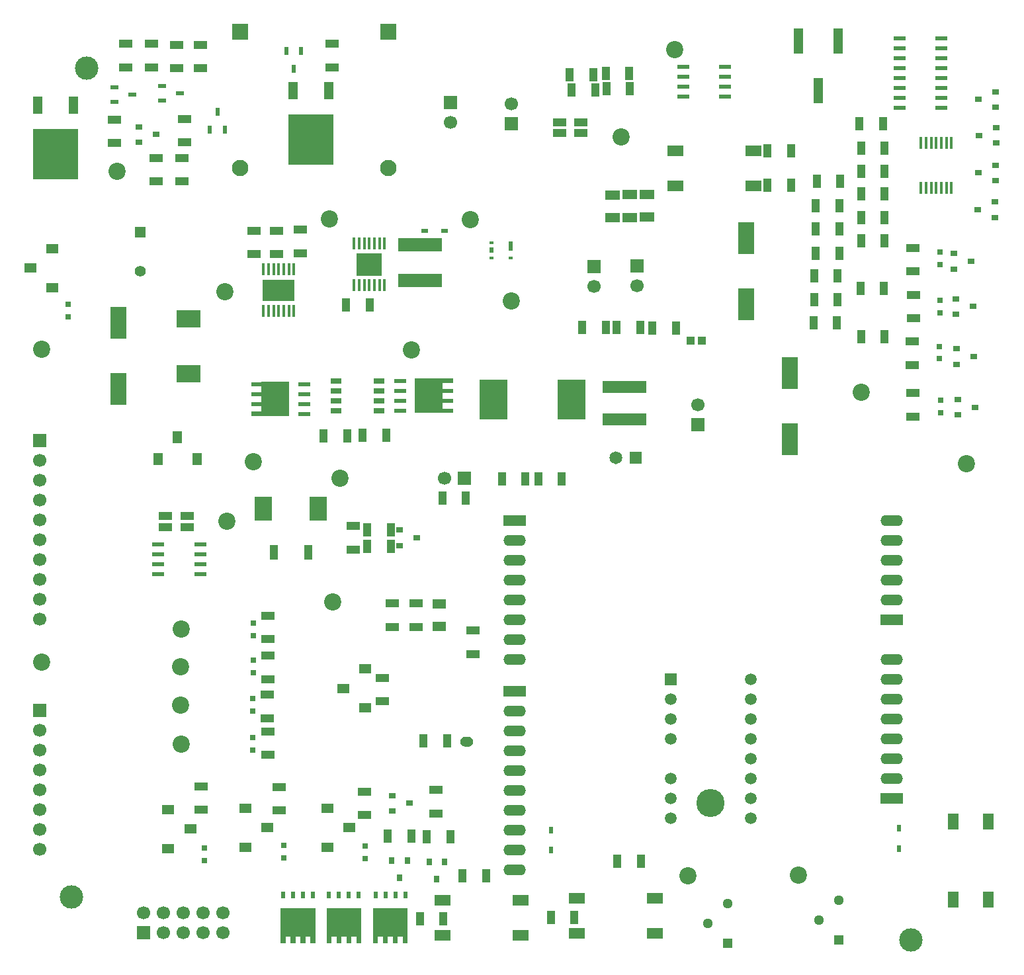
<source format=gts>
G04*
G04 #@! TF.GenerationSoftware,Altium Limited,Altium Designer,22.2.1 (43)*
G04*
G04 Layer_Color=8388736*
%FSLAX25Y25*%
%MOIN*%
G70*
G04*
G04 #@! TF.SameCoordinates,0C248E19-6CAA-4B9F-B23F-7957EF95655F*
G04*
G04*
G04 #@! TF.FilePolarity,Negative*
G04*
G01*
G75*
%ADD16R,0.02362X0.04134*%
%ADD17R,0.06299X0.04724*%
%ADD19R,0.04724X0.06299*%
%ADD20R,0.08268X0.05512*%
%ADD21R,0.03543X0.03150*%
%ADD22R,0.03937X0.02362*%
%ADD23R,0.01772X0.05906*%
%ADD24R,0.12598X0.11221*%
%ADD25R,0.01772X0.06299*%
%ADD26R,0.16142X0.10827*%
%ADD27R,0.01772X0.06102*%
%ADD28R,0.05906X0.02362*%
%ADD29R,0.06102X0.02362*%
%ADD30R,0.06299X0.02362*%
%ADD31R,0.05787X0.02559*%
%ADD32R,0.03937X0.07598*%
%ADD33R,0.01968X0.03347*%
%ADD34R,0.06890X0.04331*%
%ADD35R,0.04134X0.07087*%
%ADD36R,0.03937X0.03937*%
%ADD37R,0.04685X0.12992*%
%ADD38R,0.03150X0.03150*%
%ADD39R,0.22047X0.06496*%
%ADD40R,0.22441X0.07087*%
%ADD41R,0.13976X0.20079*%
%ADD43R,0.01968X0.02953*%
%ADD44R,0.01968X0.05118*%
%ADD45R,0.01968X0.01575*%
%ADD46R,0.08661X0.12402*%
%ADD47R,0.07480X0.05118*%
%ADD48R,0.08268X0.16142*%
%ADD49R,0.07087X0.04724*%
%ADD50R,0.02362X0.03937*%
%ADD51R,0.12402X0.08661*%
%ADD52R,0.03347X0.01968*%
%ADD53R,0.03150X0.03543*%
%ADD54R,0.07087X0.04134*%
%ADD55R,0.05512X0.08268*%
%ADD56R,0.22835X0.25197*%
%ADD57R,0.04724X0.08661*%
%ADD58R,0.05512X0.02362*%
%ADD59R,0.01968X0.03642*%
%ADD60C,0.11811*%
%ADD61R,0.05079X0.05079*%
%ADD62C,0.05079*%
%ADD63C,0.05906*%
%ADD64R,0.05906X0.05906*%
%ADD65C,0.14173*%
%ADD66C,0.08661*%
%ADD67R,0.08268X0.08268*%
%ADD68C,0.08268*%
%ADD69C,0.06693*%
%ADD70R,0.06693X0.06693*%
%ADD71C,0.06457*%
%ADD72R,0.06457X0.06457*%
%ADD73C,0.05512*%
%ADD74R,0.05512X0.05512*%
%ADD75R,0.11201X0.05598*%
%ADD76O,0.11201X0.05598*%
%ADD77R,0.06693X0.06693*%
G36*
X215751Y293971D02*
X210436D01*
Y278971D01*
X196479D01*
Y296334D01*
X215751D01*
Y293971D01*
D02*
G37*
G36*
X133094Y277397D02*
X113822D01*
Y279759D01*
X119137D01*
Y294759D01*
X133094D01*
Y277397D01*
D02*
G37*
G36*
X224186Y115748D02*
X225016Y115194D01*
X225570Y114364D01*
X225765Y113386D01*
X225570Y112407D01*
X225016Y111578D01*
X224186Y111023D01*
X223208Y110829D01*
X223005Y110869D01*
X222010D01*
X221808Y110829D01*
X220829Y111023D01*
X220000Y111578D01*
X219445Y112407D01*
X219251Y113386D01*
X219445Y114364D01*
X220000Y115194D01*
X220829Y115748D01*
X221808Y115943D01*
X222006Y115903D01*
X222008Y115886D01*
Y115903D01*
X223008D01*
Y115886D01*
X223010Y115903D01*
X223208Y115943D01*
X224186Y115748D01*
D02*
G37*
G36*
X192768Y11853D02*
X190406D01*
Y15003D01*
X187768D01*
Y11853D01*
X185406D01*
Y15003D01*
X182768D01*
Y11853D01*
X180406D01*
Y15003D01*
X177768D01*
Y11853D01*
X175406D01*
Y29393D01*
X192768D01*
Y11853D01*
D02*
G37*
G36*
X169311Y11829D02*
X166949D01*
Y14978D01*
X164311D01*
Y11829D01*
X161949D01*
Y14978D01*
X159311D01*
Y11829D01*
X156949D01*
Y14978D01*
X154311D01*
Y11829D01*
X151949D01*
Y29368D01*
X169311D01*
Y11829D01*
D02*
G37*
G36*
X146173Y11829D02*
X143811D01*
Y14978D01*
X141173D01*
Y11829D01*
X138811D01*
Y14978D01*
X136173D01*
Y11829D01*
X133811D01*
Y14978D01*
X131173D01*
Y11829D01*
X128811D01*
Y29368D01*
X146173D01*
Y11829D01*
D02*
G37*
D16*
X93110Y421850D02*
D03*
X100591D02*
D03*
X96850Y430905D02*
D03*
D17*
X2759Y351963D02*
D03*
X13782Y342121D02*
D03*
Y361806D02*
D03*
X83162Y69291D02*
D03*
X72138Y79134D02*
D03*
Y59449D02*
D03*
X111114Y60236D02*
D03*
Y79921D02*
D03*
X122138Y70079D02*
D03*
X152453Y60236D02*
D03*
Y79921D02*
D03*
X163477Y70079D02*
D03*
X171260Y150091D02*
D03*
Y130406D02*
D03*
X160236Y140248D02*
D03*
D19*
X86617Y255901D02*
D03*
X66932D02*
D03*
X76775Y266924D02*
D03*
D20*
X317323Y16732D02*
D03*
X277953D02*
D03*
X317323Y34449D02*
D03*
X277953D02*
D03*
X366932Y393302D02*
D03*
X327562D02*
D03*
X366932Y411019D02*
D03*
X327562D02*
D03*
X249606Y15748D02*
D03*
X210236D02*
D03*
X249606Y33465D02*
D03*
X210236D02*
D03*
D21*
X478743Y281885D02*
D03*
X470082Y277948D02*
D03*
Y285822D02*
D03*
X188586Y220074D02*
D03*
Y212200D02*
D03*
X197247Y216137D02*
D03*
X489373Y414956D02*
D03*
Y422830D02*
D03*
X480712Y418893D02*
D03*
X488979Y433066D02*
D03*
Y440940D02*
D03*
X480318Y437003D02*
D03*
Y399995D02*
D03*
X488979Y403932D02*
D03*
Y396058D02*
D03*
X193701Y82284D02*
D03*
X185039Y78347D02*
D03*
Y86221D02*
D03*
X468113Y359444D02*
D03*
Y351570D02*
D03*
X476775Y355507D02*
D03*
X468901Y336609D02*
D03*
Y328735D02*
D03*
X477562Y332672D02*
D03*
X469294Y311412D02*
D03*
Y303538D02*
D03*
X477956Y307475D02*
D03*
X57480Y423228D02*
D03*
Y415354D02*
D03*
X66142Y419291D02*
D03*
X479924Y381491D02*
D03*
X488586Y385428D02*
D03*
Y377554D02*
D03*
D22*
X78150Y440158D02*
D03*
X69095Y436417D02*
D03*
Y443898D02*
D03*
X45079Y443110D02*
D03*
Y435630D02*
D03*
X54134Y439370D02*
D03*
D23*
X451428Y392318D02*
D03*
X453987D02*
D03*
X456546D02*
D03*
X459105D02*
D03*
X461664D02*
D03*
X464223D02*
D03*
X466782D02*
D03*
Y415153D02*
D03*
X464223D02*
D03*
X461664D02*
D03*
X459105D02*
D03*
X456546D02*
D03*
X453987D02*
D03*
X451428D02*
D03*
D24*
X173428Y353932D02*
D03*
D25*
X165751Y364562D02*
D03*
X168310D02*
D03*
X170869D02*
D03*
X173428D02*
D03*
X175987D02*
D03*
X178546D02*
D03*
X181105D02*
D03*
Y343302D02*
D03*
X178546D02*
D03*
X175987D02*
D03*
X173428D02*
D03*
X170869D02*
D03*
X168310D02*
D03*
X165751D02*
D03*
D26*
X127759Y340940D02*
D03*
D27*
X120082Y351570D02*
D03*
X122641D02*
D03*
X125200D02*
D03*
X127759D02*
D03*
X130318D02*
D03*
X132877D02*
D03*
X135436D02*
D03*
Y330310D02*
D03*
X132877D02*
D03*
X130318D02*
D03*
X127759D02*
D03*
X125200D02*
D03*
X122641D02*
D03*
X120082D02*
D03*
D28*
X331696Y438558D02*
D03*
Y443558D02*
D03*
Y448558D02*
D03*
Y453558D02*
D03*
X352562D02*
D03*
Y448558D02*
D03*
Y443558D02*
D03*
Y438558D02*
D03*
X140554Y293578D02*
D03*
Y288578D02*
D03*
Y283578D02*
D03*
Y278578D02*
D03*
X189019Y295152D02*
D03*
Y290153D02*
D03*
Y285153D02*
D03*
Y280153D02*
D03*
D29*
X66932Y197751D02*
D03*
Y202751D02*
D03*
Y207751D02*
D03*
Y212751D02*
D03*
X88192D02*
D03*
Y207751D02*
D03*
Y202751D02*
D03*
Y197751D02*
D03*
D30*
X440554Y467889D02*
D03*
Y462889D02*
D03*
Y457889D02*
D03*
Y452889D02*
D03*
Y447889D02*
D03*
Y442889D02*
D03*
Y437889D02*
D03*
Y432889D02*
D03*
X461814D02*
D03*
Y437889D02*
D03*
Y442889D02*
D03*
Y447889D02*
D03*
Y452889D02*
D03*
Y457889D02*
D03*
Y462889D02*
D03*
Y467889D02*
D03*
D31*
X156578Y280153D02*
D03*
Y285153D02*
D03*
Y290153D02*
D03*
Y295152D02*
D03*
X178349D02*
D03*
Y290153D02*
D03*
Y285153D02*
D03*
Y280153D02*
D03*
D32*
X125160Y208656D02*
D03*
X142562D02*
D03*
D33*
X264961Y68898D02*
D03*
Y58661D02*
D03*
X440158Y59449D02*
D03*
Y69685D02*
D03*
D34*
X70672Y227005D02*
D03*
X81499Y221494D02*
D03*
X70672D02*
D03*
X81499Y227005D02*
D03*
X280118Y420079D02*
D03*
X269291Y425591D02*
D03*
X280118D02*
D03*
X269291Y420079D02*
D03*
D35*
X398428Y359444D02*
D03*
X410239D02*
D03*
X182677Y65748D02*
D03*
X194488D02*
D03*
X214173Y65354D02*
D03*
X202362D02*
D03*
X172444Y220074D02*
D03*
X184255D02*
D03*
X172444Y211806D02*
D03*
X184255D02*
D03*
X200787Y113779D02*
D03*
X212598D02*
D03*
X173625Y333460D02*
D03*
X161814D02*
D03*
X162208Y267318D02*
D03*
X150397D02*
D03*
X181893Y267711D02*
D03*
X170082D02*
D03*
X397247Y324404D02*
D03*
X409058D02*
D03*
X433074Y377554D02*
D03*
X421263D02*
D03*
X409452Y336215D02*
D03*
X397641D02*
D03*
X432286Y424798D02*
D03*
X420475D02*
D03*
X292523Y322042D02*
D03*
X280712D02*
D03*
X309845D02*
D03*
X298034D02*
D03*
X327956Y321649D02*
D03*
X316145D02*
D03*
X385830Y393696D02*
D03*
X374019D02*
D03*
X385830Y411019D02*
D03*
X374019D02*
D03*
X433074Y365743D02*
D03*
X421263D02*
D03*
X421263Y400782D02*
D03*
X433074D02*
D03*
X421263Y317318D02*
D03*
X433074D02*
D03*
X433074Y389365D02*
D03*
X421263D02*
D03*
X409452Y348026D02*
D03*
X397641D02*
D03*
X432680Y341727D02*
D03*
X420869D02*
D03*
X275436Y441732D02*
D03*
X287247D02*
D03*
X304724Y442520D02*
D03*
X292913D02*
D03*
X274410Y449606D02*
D03*
X286221D02*
D03*
X304331Y450000D02*
D03*
X292520D02*
D03*
X222047Y236221D02*
D03*
X210236D02*
D03*
X270472Y245669D02*
D03*
X258661D02*
D03*
X220472Y45669D02*
D03*
X232283D02*
D03*
X210630Y24016D02*
D03*
X198819D02*
D03*
X298425Y53150D02*
D03*
X310236D02*
D03*
X276772Y24946D02*
D03*
X264961D02*
D03*
X240160Y245664D02*
D03*
X251972D02*
D03*
X410633Y395664D02*
D03*
X398822D02*
D03*
X433074Y412593D02*
D03*
X421263D02*
D03*
X398428Y383460D02*
D03*
X410239D02*
D03*
X398428Y371649D02*
D03*
X410239D02*
D03*
D36*
X341142Y315354D02*
D03*
X335236D02*
D03*
D37*
X389609Y466530D02*
D03*
X409609D02*
D03*
X399609Y441334D02*
D03*
D38*
X461420Y279129D02*
D03*
Y285428D02*
D03*
X21656Y327554D02*
D03*
Y333853D02*
D03*
X461027Y335822D02*
D03*
Y329522D02*
D03*
X460633Y312593D02*
D03*
Y306294D02*
D03*
X461027Y360231D02*
D03*
Y353932D02*
D03*
X90158Y59842D02*
D03*
Y53543D02*
D03*
X114567Y109055D02*
D03*
Y115354D02*
D03*
X130315Y61024D02*
D03*
Y54724D02*
D03*
X171260Y60630D02*
D03*
Y54331D02*
D03*
X114567Y128740D02*
D03*
Y135039D02*
D03*
X114961Y154331D02*
D03*
Y148031D02*
D03*
Y166929D02*
D03*
Y173228D02*
D03*
D39*
X301969Y275689D02*
D03*
Y292028D02*
D03*
D40*
X198822Y363774D02*
D03*
Y345664D02*
D03*
D41*
X235830Y285822D02*
D03*
X275200D02*
D03*
D43*
X235042Y361019D02*
D03*
D44*
X244491Y362987D02*
D03*
D45*
Y357278D02*
D03*
X235042D02*
D03*
Y364759D02*
D03*
D46*
X147641Y230704D02*
D03*
X120082D02*
D03*
D47*
X313389Y389168D02*
D03*
Y377751D02*
D03*
X304727Y388971D02*
D03*
Y377554D02*
D03*
X296066Y388774D02*
D03*
Y377357D02*
D03*
D48*
X363389Y367121D02*
D03*
Y333656D02*
D03*
X46853Y291137D02*
D03*
Y324601D02*
D03*
X385433Y265748D02*
D03*
Y299213D02*
D03*
D49*
X208664Y182869D02*
D03*
Y171452D02*
D03*
D50*
X138979Y461412D02*
D03*
X131499D02*
D03*
X135239Y452357D02*
D03*
D51*
X82286Y298814D02*
D03*
Y326373D02*
D03*
D52*
X201184Y370861D02*
D03*
X211420D02*
D03*
D53*
X192520Y53543D02*
D03*
X184646D02*
D03*
X188583Y44882D02*
D03*
X211417Y52756D02*
D03*
X203543D02*
D03*
X207480Y44094D02*
D03*
D54*
X207087Y77165D02*
D03*
Y88976D02*
D03*
X225590Y169291D02*
D03*
Y157480D02*
D03*
X165354Y210236D02*
D03*
Y222047D02*
D03*
X154727Y464956D02*
D03*
Y453145D02*
D03*
X63783D02*
D03*
Y464956D02*
D03*
X50790Y453145D02*
D03*
Y464956D02*
D03*
X44882Y414961D02*
D03*
Y426772D02*
D03*
X76381Y464562D02*
D03*
Y452751D02*
D03*
X88192Y464562D02*
D03*
Y452751D02*
D03*
X80315Y415354D02*
D03*
Y427165D02*
D03*
X66145Y395664D02*
D03*
Y407475D02*
D03*
X79137Y395664D02*
D03*
Y407475D02*
D03*
X196853Y171255D02*
D03*
Y183066D02*
D03*
X185042D02*
D03*
Y171255D02*
D03*
X115357Y359050D02*
D03*
Y370861D02*
D03*
X126775Y359050D02*
D03*
Y370861D02*
D03*
X138586Y371294D02*
D03*
Y359483D02*
D03*
X447247Y362200D02*
D03*
Y350389D02*
D03*
X447641Y326767D02*
D03*
Y338578D02*
D03*
X446853Y303145D02*
D03*
Y314956D02*
D03*
X88583Y90945D02*
D03*
Y79134D02*
D03*
X122441Y106693D02*
D03*
Y118504D02*
D03*
X127953Y90551D02*
D03*
Y78740D02*
D03*
X170866Y88189D02*
D03*
Y76378D02*
D03*
X122047Y125197D02*
D03*
Y137008D02*
D03*
X122441Y156693D02*
D03*
Y144882D02*
D03*
Y164961D02*
D03*
Y176772D02*
D03*
X179921Y133661D02*
D03*
Y145472D02*
D03*
X447247Y277160D02*
D03*
Y288971D02*
D03*
D55*
X485236Y73228D02*
D03*
Y33858D02*
D03*
X467520Y73228D02*
D03*
Y33858D02*
D03*
D56*
X15354Y409449D02*
D03*
X144097Y416727D02*
D03*
D57*
X24331Y434252D02*
D03*
X6378D02*
D03*
X153074Y441530D02*
D03*
X135121D02*
D03*
D58*
X116578Y293578D02*
D03*
Y288578D02*
D03*
Y283578D02*
D03*
X212995Y290153D02*
D03*
Y285153D02*
D03*
Y280153D02*
D03*
D59*
X191587Y36220D02*
D03*
X186587D02*
D03*
X181587D02*
D03*
X176587D02*
D03*
X129992Y36196D02*
D03*
X134992D02*
D03*
X139992D02*
D03*
X144992D02*
D03*
X153130Y36196D02*
D03*
X158130D02*
D03*
X163130D02*
D03*
X168130D02*
D03*
D60*
X31105Y452751D02*
D03*
X23228Y35039D02*
D03*
X446457Y13386D02*
D03*
D61*
X409842D02*
D03*
X353937Y11811D02*
D03*
D62*
X409842Y33386D02*
D03*
X399843Y23386D02*
D03*
X343937Y21811D02*
D03*
X353937Y31811D02*
D03*
D63*
X365591Y114923D02*
D03*
Y134923D02*
D03*
X325277Y134922D02*
D03*
X365591Y124923D02*
D03*
X325277Y124922D02*
D03*
Y114922D02*
D03*
X365591Y104923D02*
D03*
Y94923D02*
D03*
X325277Y94922D02*
D03*
X365591Y84923D02*
D03*
X325277Y84922D02*
D03*
X365591Y74923D02*
D03*
X325277Y74922D02*
D03*
X365591Y144923D02*
D03*
D64*
X325277Y144922D02*
D03*
D65*
X345433Y82401D02*
D03*
D66*
X8268Y153543D02*
D03*
X224412Y376373D02*
D03*
X300397Y418105D02*
D03*
X474409Y253543D02*
D03*
X46457Y400787D02*
D03*
X244885Y335428D02*
D03*
X155118Y183858D02*
D03*
X333858Y45669D02*
D03*
X8271Y311019D02*
D03*
X153153Y376767D02*
D03*
X158782Y246255D02*
D03*
X194491Y310625D02*
D03*
X114964Y254326D02*
D03*
X421263Y289365D02*
D03*
X101578Y224404D02*
D03*
X327168Y462200D02*
D03*
X78740Y112205D02*
D03*
X78347Y151181D02*
D03*
X78347Y131890D02*
D03*
X78740Y170079D02*
D03*
X389764Y46063D02*
D03*
X100787Y340158D02*
D03*
D67*
X108271Y471255D02*
D03*
X183106Y471223D02*
D03*
D68*
X108271Y402357D02*
D03*
X183106Y402325D02*
D03*
D69*
X7483Y175271D02*
D03*
Y185271D02*
D03*
Y195271D02*
D03*
Y205271D02*
D03*
Y255271D02*
D03*
Y245271D02*
D03*
Y235271D02*
D03*
Y225271D02*
D03*
Y215271D02*
D03*
X7480Y59055D02*
D03*
Y69055D02*
D03*
Y119055D02*
D03*
Y109055D02*
D03*
Y99055D02*
D03*
Y89055D02*
D03*
Y79055D02*
D03*
X286614Y342756D02*
D03*
X59618Y27047D02*
D03*
X69618Y17047D02*
D03*
Y27047D02*
D03*
X79618Y17047D02*
D03*
Y27047D02*
D03*
X89618Y17047D02*
D03*
X99618D02*
D03*
X89618Y27047D02*
D03*
X99618D02*
D03*
X211263Y246255D02*
D03*
X244882Y434921D02*
D03*
X214173Y425315D02*
D03*
X338976Y283228D02*
D03*
X308268Y343032D02*
D03*
D70*
X7483Y265271D02*
D03*
X7480Y129055D02*
D03*
X286614Y352756D02*
D03*
X59618Y17047D02*
D03*
X244882Y424921D02*
D03*
X214173Y435315D02*
D03*
X338976Y273228D02*
D03*
X308268Y353031D02*
D03*
D71*
X297756Y256299D02*
D03*
D72*
X307756D02*
D03*
D73*
X57877Y350389D02*
D03*
D74*
Y370074D02*
D03*
D75*
X436732Y174614D02*
D03*
X246732Y138614D02*
D03*
Y224614D02*
D03*
X436732Y84614D02*
D03*
D76*
X246732Y48614D02*
D03*
Y58614D02*
D03*
Y68614D02*
D03*
Y78614D02*
D03*
Y88614D02*
D03*
Y98614D02*
D03*
Y108614D02*
D03*
Y118614D02*
D03*
Y128614D02*
D03*
Y154614D02*
D03*
Y164614D02*
D03*
Y174614D02*
D03*
Y184614D02*
D03*
Y194614D02*
D03*
Y204614D02*
D03*
Y214614D02*
D03*
X436732Y224614D02*
D03*
Y214614D02*
D03*
Y204614D02*
D03*
Y194614D02*
D03*
Y184614D02*
D03*
Y154614D02*
D03*
Y144614D02*
D03*
Y134614D02*
D03*
Y124614D02*
D03*
Y114614D02*
D03*
Y104614D02*
D03*
Y94614D02*
D03*
D77*
X221263Y246255D02*
D03*
M02*

</source>
